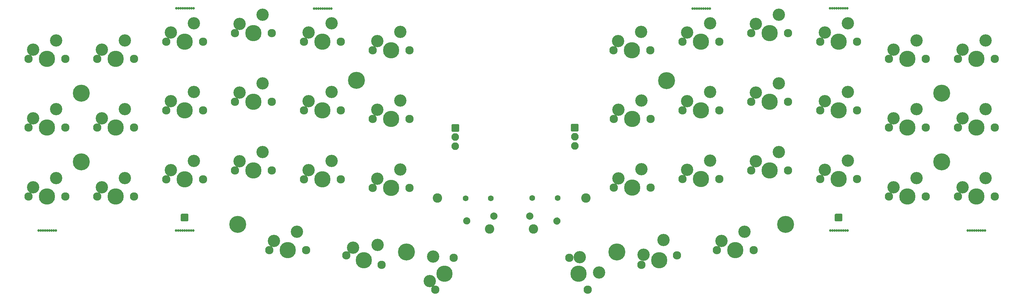
<source format=gts>
G04 #@! TF.GenerationSoftware,KiCad,Pcbnew,5.1.9*
G04 #@! TF.CreationDate,2021-03-29T09:48:20-06:00*
G04 #@! TF.ProjectId,corne-cherry,636f726e-652d-4636-9865-7272792e6b69,3.0.1*
G04 #@! TF.SameCoordinates,Original*
G04 #@! TF.FileFunction,Soldermask,Top*
G04 #@! TF.FilePolarity,Negative*
%FSLAX46Y46*%
G04 Gerber Fmt 4.6, Leading zero omitted, Abs format (unit mm)*
G04 Created by KiCad (PCBNEW 5.1.9) date 2021-03-29 09:48:20*
%MOMM*%
%LPD*%
G01*
G04 APERTURE LIST*
%ADD10C,3.400000*%
%ADD11C,2.300000*%
%ADD12C,4.500000*%
%ADD13C,2.000000*%
%ADD14O,2.100000X2.100000*%
%ADD15C,2.600000*%
%ADD16C,4.700000*%
%ADD17C,1.600000*%
%ADD18C,0.700000*%
G04 APERTURE END LIST*
G36*
G01*
X237564500Y-80475000D02*
X237564500Y-78775000D01*
G75*
G02*
X237764500Y-78575000I200000J0D01*
G01*
X239464500Y-78575000D01*
G75*
G02*
X239664500Y-78775000I0J-200000D01*
G01*
X239664500Y-80475000D01*
G75*
G02*
X239464500Y-80675000I-200000J0D01*
G01*
X237764500Y-80675000D01*
G75*
G02*
X237564500Y-80475000I0J200000D01*
G01*
G37*
G36*
G01*
X57057500Y-80480000D02*
X57057500Y-78780000D01*
G75*
G02*
X57257500Y-78580000I200000J0D01*
G01*
X58957500Y-78580000D01*
G75*
G02*
X59157500Y-78780000I0J-200000D01*
G01*
X59157500Y-80480000D01*
G75*
G02*
X58957500Y-80680000I-200000J0D01*
G01*
X57257500Y-80680000D01*
G75*
G02*
X57057500Y-80480000I0J200000D01*
G01*
G37*
D10*
X117647500Y-47325000D03*
X111297500Y-49865000D03*
D11*
X110027500Y-52405000D03*
X120187500Y-52405000D03*
D12*
X115107500Y-52405000D03*
D10*
X98647500Y-44950000D03*
X92297500Y-47490000D03*
D11*
X91027500Y-50030000D03*
X101187500Y-50030000D03*
D12*
X96107500Y-50030000D03*
G36*
G01*
X159876927Y-80419551D02*
X159876927Y-80419551D01*
G75*
G02*
X161035383Y-79608391I984808J-173648D01*
G01*
X161035383Y-79608391D01*
G75*
G02*
X161846543Y-80766847I-173648J-984808D01*
G01*
X161846543Y-80766847D01*
G75*
G02*
X160688087Y-81578007I-984808J173648D01*
G01*
X160688087Y-81578007D01*
G75*
G02*
X159876927Y-80419551I173648J984808D01*
G01*
G37*
D13*
X153357500Y-79270000D03*
G36*
G01*
X136968073Y-80379551D02*
X136968073Y-80379551D01*
G75*
G02*
X136156913Y-81538007I-984808J-173648D01*
G01*
X136156913Y-81538007D01*
G75*
G02*
X134998457Y-80726847I-173648J984808D01*
G01*
X134998457Y-80726847D01*
G75*
G02*
X135809617Y-79568391I984808J173648D01*
G01*
X135809617Y-79568391D01*
G75*
G02*
X136968073Y-80379551I173648J-984808D01*
G01*
G37*
X143487500Y-79230000D03*
D10*
X241154500Y-63945000D03*
X234804500Y-66485000D03*
D11*
X233534500Y-69025000D03*
X243694500Y-69025000D03*
D12*
X238614500Y-69025000D03*
D10*
X260154500Y-68695000D03*
X253804500Y-71235000D03*
D11*
X252534500Y-73775000D03*
X262694500Y-73775000D03*
D12*
X257614500Y-73775000D03*
D10*
X279154500Y-49695000D03*
X272804500Y-52235000D03*
D11*
X271534500Y-54775000D03*
X281694500Y-54775000D03*
D12*
X276614500Y-54775000D03*
D10*
X184147500Y-28325000D03*
X177797500Y-30865000D03*
D11*
X176527500Y-33405000D03*
X186687500Y-33405000D03*
D12*
X181607500Y-33405000D03*
D10*
X98647500Y-25950000D03*
X92297500Y-28490000D03*
D11*
X91027500Y-31030000D03*
X101187500Y-31030000D03*
D12*
X96107500Y-31030000D03*
D14*
X165797500Y-59880000D03*
X165797500Y-57340000D03*
G36*
G01*
X164747500Y-55650000D02*
X164747500Y-53950000D01*
G75*
G02*
X164947500Y-53750000I200000J0D01*
G01*
X166647500Y-53750000D01*
G75*
G02*
X166847500Y-53950000I0J-200000D01*
G01*
X166847500Y-55650000D01*
G75*
G02*
X166647500Y-55850000I-200000J0D01*
G01*
X164947500Y-55850000D01*
G75*
G02*
X164747500Y-55650000I0J200000D01*
G01*
G37*
X132837500Y-59940000D03*
X132837500Y-57400000D03*
G36*
G01*
X131787500Y-55710000D02*
X131787500Y-54010000D01*
G75*
G02*
X131987500Y-53810000I200000J0D01*
G01*
X133687500Y-53810000D01*
G75*
G02*
X133887500Y-54010000I0J-200000D01*
G01*
X133887500Y-55710000D01*
G75*
G02*
X133687500Y-55910000I-200000J0D01*
G01*
X131987500Y-55910000D01*
G75*
G02*
X131787500Y-55710000I0J200000D01*
G01*
G37*
D15*
X168850500Y-74264000D03*
D16*
X267099500Y-64265500D03*
X191144500Y-41775500D03*
X267099500Y-45265500D03*
X223955500Y-81530500D03*
D15*
X154418500Y-82785000D03*
D16*
X177389500Y-89145000D03*
D15*
X142301500Y-82775000D03*
X127869500Y-74254000D03*
D16*
X119330500Y-89135000D03*
X72764500Y-81520500D03*
X105575500Y-41765500D03*
X29607500Y-64280000D03*
X29607500Y-45280000D03*
D17*
X161037500Y-74270000D03*
X154037500Y-74270000D03*
X135634500Y-74292000D03*
X142634500Y-74292000D03*
D10*
X126728091Y-90415295D03*
X125752795Y-97184557D03*
D11*
X127317500Y-99554409D03*
X132397500Y-90755591D03*
D12*
X129857500Y-95155000D03*
D10*
X172533909Y-94809705D03*
X167159205Y-90580443D03*
D11*
X164324500Y-90750591D03*
X169404500Y-99549409D03*
D12*
X166864500Y-95150000D03*
D10*
X117647500Y-28325000D03*
X111297500Y-30865000D03*
D11*
X110027500Y-33405000D03*
X120187500Y-33405000D03*
D12*
X115107500Y-33405000D03*
D10*
X184154500Y-47320000D03*
X177804500Y-49860000D03*
D11*
X176534500Y-52400000D03*
X186694500Y-52400000D03*
D12*
X181614500Y-52400000D03*
D10*
X184154500Y-66320000D03*
X177804500Y-68860000D03*
D11*
X176534500Y-71400000D03*
X186694500Y-71400000D03*
D12*
X181614500Y-71400000D03*
D10*
X22647500Y-68700000D03*
X16297500Y-71240000D03*
D11*
X15027500Y-73780000D03*
X25187500Y-73780000D03*
D12*
X20107500Y-73780000D03*
D10*
X222154500Y-61570000D03*
X215804500Y-64110000D03*
D11*
X214534500Y-66650000D03*
X224694500Y-66650000D03*
D12*
X219614500Y-66650000D03*
D10*
X41647500Y-68700000D03*
X35297500Y-71240000D03*
D11*
X34027500Y-73780000D03*
X44187500Y-73780000D03*
D12*
X39107500Y-73780000D03*
D10*
X22647500Y-49700000D03*
X16297500Y-52240000D03*
D11*
X15027500Y-54780000D03*
X25187500Y-54780000D03*
D12*
X20107500Y-54780000D03*
D10*
X41647500Y-49700000D03*
X35297500Y-52240000D03*
D11*
X34027500Y-54780000D03*
X44187500Y-54780000D03*
D12*
X39107500Y-54780000D03*
D10*
X22647500Y-30700000D03*
X16297500Y-33240000D03*
D11*
X15027500Y-35780000D03*
X25187500Y-35780000D03*
D12*
X20107500Y-35780000D03*
D10*
X41647500Y-30700000D03*
X35297500Y-33240000D03*
D11*
X34027500Y-35780000D03*
X44187500Y-35780000D03*
D12*
X39107500Y-35780000D03*
D10*
X60647500Y-25950000D03*
X54297500Y-28490000D03*
D11*
X53027500Y-31030000D03*
X63187500Y-31030000D03*
D12*
X58107500Y-31030000D03*
D10*
X79647500Y-23575000D03*
X73297500Y-26115000D03*
D11*
X72027500Y-28655000D03*
X82187500Y-28655000D03*
D12*
X77107500Y-28655000D03*
D10*
X60647500Y-44950000D03*
X54297500Y-47490000D03*
D11*
X53027500Y-50030000D03*
X63187500Y-50030000D03*
D12*
X58107500Y-50030000D03*
D10*
X79647500Y-42575000D03*
X73297500Y-45115000D03*
D11*
X72027500Y-47655000D03*
X82187500Y-47655000D03*
D12*
X77107500Y-47655000D03*
D10*
X60647500Y-63950000D03*
X54297500Y-66490000D03*
D11*
X53027500Y-69030000D03*
X63187500Y-69030000D03*
D12*
X58107500Y-69030000D03*
D10*
X79647500Y-61575000D03*
X73297500Y-64115000D03*
D11*
X72027500Y-66655000D03*
X82187500Y-66655000D03*
D12*
X77107500Y-66655000D03*
D10*
X98647500Y-63950000D03*
X92297500Y-66490000D03*
D11*
X91027500Y-69030000D03*
X101187500Y-69030000D03*
D12*
X96107500Y-69030000D03*
D10*
X117647500Y-66325000D03*
X111297500Y-68865000D03*
D11*
X110027500Y-71405000D03*
X120187500Y-71405000D03*
D12*
X115107500Y-71405000D03*
D10*
X89147500Y-83575000D03*
X82797500Y-86115000D03*
D11*
X81527500Y-88655000D03*
X91687500Y-88655000D03*
D12*
X86607500Y-88655000D03*
D10*
X111375752Y-87155497D03*
X104584723Y-87965448D03*
D11*
X102700597Y-90090199D03*
X112514403Y-92719801D03*
D12*
X107607500Y-91405000D03*
D10*
X279154500Y-30695000D03*
X272804500Y-33235000D03*
D11*
X271534500Y-35775000D03*
X281694500Y-35775000D03*
D12*
X276614500Y-35775000D03*
D10*
X260154500Y-30695000D03*
X253804500Y-33235000D03*
D11*
X252534500Y-35775000D03*
X262694500Y-35775000D03*
D12*
X257614500Y-35775000D03*
D10*
X241154500Y-25945000D03*
X234804500Y-28485000D03*
D11*
X233534500Y-31025000D03*
X243694500Y-31025000D03*
D12*
X238614500Y-31025000D03*
D10*
X222154500Y-23570000D03*
X215804500Y-26110000D03*
D11*
X214534500Y-28650000D03*
X224694500Y-28650000D03*
D12*
X219614500Y-28650000D03*
D10*
X203154500Y-25945000D03*
X196804500Y-28485000D03*
D11*
X195534500Y-31025000D03*
X205694500Y-31025000D03*
D12*
X200614500Y-31025000D03*
D10*
X260154500Y-49695000D03*
X253804500Y-52235000D03*
D11*
X252534500Y-54775000D03*
X262694500Y-54775000D03*
D12*
X257614500Y-54775000D03*
D10*
X241154500Y-44945000D03*
X234804500Y-47485000D03*
D11*
X233534500Y-50025000D03*
X243694500Y-50025000D03*
D12*
X238614500Y-50025000D03*
D10*
X222154500Y-42570000D03*
X215804500Y-45110000D03*
D11*
X214534500Y-47650000D03*
X224694500Y-47650000D03*
D12*
X219614500Y-47650000D03*
D10*
X203154500Y-44945000D03*
X196804500Y-47485000D03*
D11*
X195534500Y-50025000D03*
X205694500Y-50025000D03*
D12*
X200614500Y-50025000D03*
D10*
X279154500Y-68695000D03*
X272804500Y-71235000D03*
D11*
X271534500Y-73775000D03*
X281694500Y-73775000D03*
D12*
X276614500Y-73775000D03*
D10*
X203154500Y-63945000D03*
X196804500Y-66485000D03*
D11*
X195534500Y-69025000D03*
X205694500Y-69025000D03*
D12*
X200614500Y-69025000D03*
D10*
X212654500Y-83570000D03*
X206304500Y-86110000D03*
D11*
X205034500Y-88650000D03*
X215194500Y-88650000D03*
D12*
X210114500Y-88650000D03*
D10*
X190253151Y-85835696D03*
X184776922Y-89932649D03*
D11*
X184207597Y-92714801D03*
X194021403Y-90085199D03*
D12*
X189114500Y-91400000D03*
D18*
X238649500Y-21870000D03*
X238055750Y-21870000D03*
X237462000Y-21870000D03*
X236868250Y-21870000D03*
X236274500Y-21870000D03*
X240430750Y-21870000D03*
X239243250Y-21870000D03*
X241024500Y-21870000D03*
X239837000Y-21870000D03*
X200737500Y-21885000D03*
X200143750Y-21885000D03*
X199550000Y-21885000D03*
X198956250Y-21885000D03*
X198362500Y-21885000D03*
X202518750Y-21885000D03*
X201331250Y-21885000D03*
X203112500Y-21885000D03*
X201925000Y-21885000D03*
X238741500Y-83193000D03*
X238147750Y-83193000D03*
X237554000Y-83193000D03*
X236960250Y-83193000D03*
X236366500Y-83193000D03*
X240522750Y-83193000D03*
X239335250Y-83193000D03*
X241116500Y-83193000D03*
X239929000Y-83193000D03*
X276655500Y-83183000D03*
X276061750Y-83183000D03*
X275468000Y-83183000D03*
X274874250Y-83183000D03*
X274280500Y-83183000D03*
X278436750Y-83183000D03*
X277249250Y-83183000D03*
X279030500Y-83183000D03*
X277843000Y-83183000D03*
X56936000Y-83178000D03*
X55748500Y-83178000D03*
X57529750Y-83178000D03*
X56342250Y-83178000D03*
X60498500Y-83178000D03*
X59904750Y-83178000D03*
X59311000Y-83178000D03*
X58717250Y-83178000D03*
X58123500Y-83178000D03*
X18975000Y-83176000D03*
X17787500Y-83176000D03*
X19568750Y-83176000D03*
X18381250Y-83176000D03*
X22537500Y-83176000D03*
X21943750Y-83176000D03*
X21350000Y-83176000D03*
X20756250Y-83176000D03*
X20162500Y-83176000D03*
X95020000Y-21873000D03*
X93832500Y-21873000D03*
X95613750Y-21873000D03*
X94426250Y-21873000D03*
X98582500Y-21873000D03*
X97988750Y-21873000D03*
X97395000Y-21873000D03*
X96801250Y-21873000D03*
X96207500Y-21873000D03*
X57049250Y-21869000D03*
X55861750Y-21869000D03*
X57643000Y-21869000D03*
X56455500Y-21869000D03*
X60611750Y-21869000D03*
X60018000Y-21869000D03*
X59424250Y-21869000D03*
X58830500Y-21869000D03*
X58236750Y-21869000D03*
M02*

</source>
